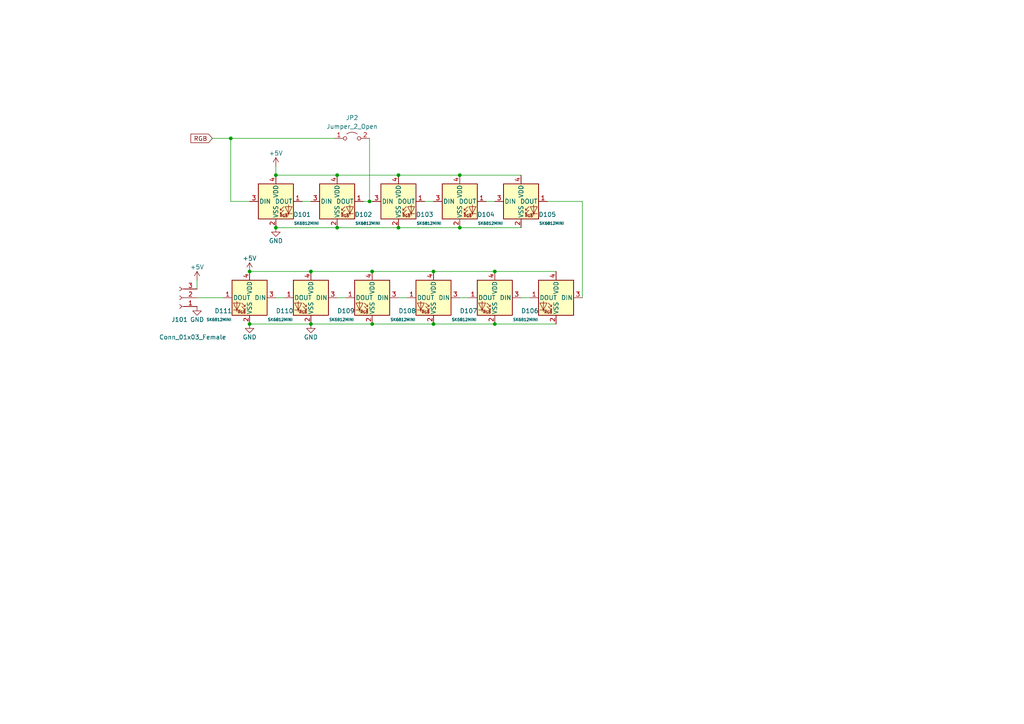
<source format=kicad_sch>
(kicad_sch (version 20230121) (generator eeschema)
  (paper "A4")
  (title_block (title "Hotswap Chiffre") (date "2023-07-13") (rev "0.2.2") (company "sporkus"))
  (lib_symbols
    (symbol "Jumper:Jumper_2_Open" (pin_names (offset 0) hide)
      (property "Reference" "JP" (at 0 2.794 0))
      (property "Value" "Jumper_2_Open" (at 0 -2.286 0))
      (symbol "Jumper_2_Open_0_0"
        (circle (center -2.032 0) (radius 0.508))
        (circle (center 2.032 0) (radius 0.508))
      )
      (symbol "Jumper_2_Open_0_1"
        (arc (start 1.524 1.27) (mid 0 1.778) (end -1.524 1.27))
      )
      (symbol "Jumper_2_Open_1_1"
        (pin passive line (at -5.08 0 0) (length 2.54) (name "A") (number "1"))
        (pin passive line (at 5.08 0 180) (length 2.54) (name "B") (number "2"))
      )
    )
    (symbol "LED:SK6812MINI" (pin_names (offset 0.254))
      (property "Reference" "D" (at 5.08 5.715 0))
      (property "Value" "SK6812MINI" (at 1.27 -5.715 0))
      (symbol "SK6812MINI_0_0"
        (text "RGB" (at 2.286 -4.191 0) (effects (font (size 0.762 0.762))))
      )
      (symbol "SK6812MINI_0_1"
        (polyline (pts (xy 1.27 -3.556) (xy 1.778 -3.556)))
        (polyline (pts (xy 1.27 -2.54) (xy 1.778 -2.54)))
        (polyline (pts (xy 4.699 -3.556) (xy 2.667 -3.556)))
        (polyline (pts (xy 2.286 -2.54) (xy 1.27 -3.556) (xy 1.27 -3.048)))
        (polyline (pts (xy 2.286 -1.524) (xy 1.27 -2.54) (xy 1.27 -2.032)))
        (polyline (pts (xy 3.683 -1.016) (xy 3.683 -3.556) (xy 3.683 -4.064)))
        (polyline (pts (xy 4.699 -1.524) (xy 2.667 -1.524) (xy 3.683 -3.556) (xy 4.699 -1.524)))
        (rectangle (start 5.08 5.08) (end -5.08 -5.08) (stroke (width 0.254)) (fill (type background)))
      )
      (symbol "SK6812MINI_1_1"
        (pin output line (at 7.62 0 180) (length 2.54) (name "DOUT") (number "1"))
        (pin power_in line (at 0 -7.62 90) (length 2.54) (name "VSS") (number "2"))
        (pin input line (at -7.62 0 0) (length 2.54) (name "DIN") (number "3"))
        (pin power_in line (at 0 7.62 270) (length 2.54) (name "VDD") (number "4"))
      )
    )
    (symbol "LeChiffre-rescue:Conn_01x03_Female-Connector" (pin_names (offset 1.016) hide)
      (property "Reference" "J" (at 0 5.08 0))
      (property "Value" "Connector_Conn_01x03_Female" (at 0 -5.08 0))
      (symbol "Conn_01x03_Female-Connector_1_1"
        (arc (start 0 -2.032) (mid -0.5058 -2.54) (end 0 -3.048) (stroke (width 0.1524)))
        (polyline (pts (xy -1.27 -2.54) (xy -0.508 -2.54)) (stroke (width 0.1524)))
        (polyline (pts (xy -1.27 0) (xy -0.508 0)) (stroke (width 0.1524)))
        (polyline (pts (xy -1.27 2.54) (xy -0.508 2.54)) (stroke (width 0.1524)))
        (arc (start 0 0.508) (mid -0.5058 0) (end 0 -0.508) (stroke (width 0.1524)))
        (arc (start 0 3.048) (mid -0.5058 2.54) (end 0 2.032) (stroke (width 0.1524)))
        (pin passive line (at -5.08 -2.54 0) (length 3.81) (name "Pin_3") (number "1"))
        (pin passive line (at -5.08 0 0) (length 3.81) (name "Pin_2") (number "2"))
        (pin passive line (at -5.08 2.54 0) (length 3.81) (name "Pin_1") (number "3"))
      )
    )
    (symbol "power:+5V" (power) (pin_names (offset 0))
      (property "Value" "+5V" (at 0 3.556 0))
      (symbol "+5V_0_1"
        (polyline (pts (xy -0.762 1.27) (xy 0 2.54)))
        (polyline (pts (xy 0 0) (xy 0 2.54)))
        (polyline (pts (xy 0 2.54) (xy 0.762 1.27)))
      )
      (symbol "+5V_1_1"
        (pin power_in line (at 0 0 90) (length 0) hide (name "+5V") (number "1"))
      )
    )
    (symbol "power:GND" (power) (pin_names (offset 0))
      (property "Value" "GND" (at 0 -3.81 0))
      (symbol "GND_0_1"
        (polyline (pts (xy 0 0) (xy 0 -1.27) (xy 1.27 -1.27) (xy 0 -2.54) (xy -1.27 -1.27) (xy 0 -1.27)))
      )
      (symbol "GND_1_1"
        (pin power_in line (at 0 0 270) (length 0) hide (name "GND") (number "1"))
      )
    )
  )
  (junction (at 97.79 50.8))
  (junction (at 90.17 78.74))
  (junction (at 125.73 93.98))
  (junction (at 125.73 78.74))
  (junction (at 66.929 40.132))
  (junction (at 80.01 50.8))
  (junction (at 107.95 93.98))
  (junction (at 97.79 66.04))
  (junction (at 72.39 93.98))
  (junction (at 115.57 66.04))
  (junction (at 72.39 78.74))
  (junction (at 143.51 78.74))
  (junction (at 107.95 78.74))
  (junction (at 115.57 50.8))
  (junction (at 133.35 66.04))
  (junction (at 133.35 50.8))
  (junction (at 90.17 93.98))
  (junction (at 80.01 66.04))
  (junction (at 107.188 58.42))
  (junction (at 143.51 93.98))
  (wire (pts (xy 135.89 86.36) (xy 133.35 86.36)))
  (wire (pts (xy 100.33 86.36) (xy 97.79 86.36)))
  (wire (pts (xy 107.95 78.74) (xy 125.73 78.74)))
  (wire (pts (xy 72.39 78.74) (xy 90.17 78.74)))
  (wire (pts (xy 66.929 40.132) (xy 97.028 40.132)))
  (wire (pts (xy 125.73 93.98) (xy 143.51 93.98)))
  (wire (pts (xy 168.91 58.42) (xy 168.91 86.36)))
  (wire (pts (xy 82.55 86.36) (xy 80.01 86.36)))
  (wire (pts (xy 133.35 50.8) (xy 151.13 50.8)))
  (wire (pts (xy 90.17 93.98) (xy 107.95 93.98)))
  (wire (pts (xy 97.79 50.8) (xy 115.57 50.8)))
  (wire (pts (xy 80.01 66.04) (xy 97.79 66.04)))
  (wire (pts (xy 107.188 58.42) (xy 107.95 58.42)))
  (wire (pts (xy 140.97 58.42) (xy 143.51 58.42)))
  (wire (pts (xy 66.929 58.42) (xy 72.39 58.42)))
  (wire (pts (xy 97.79 66.04) (xy 115.57 66.04)))
  (wire (pts (xy 57.15 81.28) (xy 57.15 83.82)))
  (wire (pts (xy 66.929 40.132) (xy 66.929 58.42)))
  (wire (pts (xy 80.01 48.26) (xy 80.01 50.8)))
  (wire (pts (xy 87.63 58.42) (xy 90.17 58.42)))
  (wire (pts (xy 57.15 86.36) (xy 64.77 86.36)))
  (wire (pts (xy 133.35 66.04) (xy 151.13 66.04)))
  (wire (pts (xy 158.75 58.42) (xy 168.91 58.42)))
  (wire (pts (xy 105.41 58.42) (xy 107.188 58.42)))
  (wire (pts (xy 143.51 93.98) (xy 161.29 93.98)))
  (wire (pts (xy 115.57 50.8) (xy 133.35 50.8)))
  (wire (pts (xy 125.73 78.74) (xy 143.51 78.74)))
  (wire (pts (xy 153.67 86.36) (xy 151.13 86.36)))
  (wire (pts (xy 72.39 93.98) (xy 90.17 93.98)))
  (wire (pts (xy 143.51 78.74) (xy 161.29 78.74)))
  (wire (pts (xy 123.19 58.42) (xy 125.73 58.42)))
  (wire (pts (xy 118.11 86.36) (xy 115.57 86.36)))
  (wire (pts (xy 80.01 50.8) (xy 97.79 50.8)))
  (wire (pts (xy 61.595 40.132) (xy 66.929 40.132)))
  (wire (pts (xy 107.95 93.98) (xy 125.73 93.98)))
  (wire (pts (xy 107.188 40.132) (xy 107.188 58.42)))
  (wire (pts (xy 90.17 78.74) (xy 107.95 78.74)))
  (wire (pts (xy 115.57 66.04) (xy 133.35 66.04)))
  (global_label "RGB" (shape input) (at 61.595 40.132 180) (property "Intersheetrefs" "${INTERSHEET_REFS}" (effects hide)))
  (symbol (lib_id "power:+5V") (at 80.01 48.26 0) (unit 1)
    (property "Reference" "#PWR0101" (effects hide))
    (property "Value" "+5V" (at 80.01 44.45 0))
  )
  (symbol (lib_id "LED:SK6812MINI") (at 133.35 58.42 0) (unit 1)
    (property "Reference" "D104" (at 140.97 62.23 0))
    (property "Value" "SK6812MINI" (at 142.24 64.77 0) (effects (font (size 0.8 0.8))))
    (property "Footprint" "modified_footrprints:LED_SK6812MINI_PLCC4_3.5x3.5mm_P1.75mm" (effects hide))
    (property "Datasheet" "https://cdn-shop.adafruit.com/product-files/2686/SK6812MINI_REV.01-1-2.pdf" (effects hide))
    (property "JlcRotOffset" "166" (effects hide))
  )
  (symbol (lib_id "LED:SK6812MINI") (at 97.79 58.42 0) (unit 1)
    (property "Reference" "D102" (at 105.41 62.23 0))
    (property "Value" "SK6812MINI" (at 106.68 64.77 0) (effects (font (size 0.8 0.8))))
    (property "Footprint" "modified_footrprints:LED_SK6812MINI_PLCC4_3.5x3.5mm_P1.75mm" (effects hide))
    (property "Datasheet" "https://cdn-shop.adafruit.com/product-files/2686/SK6812MINI_REV.01-1-2.pdf" (effects hide))
  )
  (symbol (lib_id "LED:SK6812MINI") (at 115.57 58.42 0) (unit 1)
    (property "Reference" "D103" (at 123.19 62.23 0))
    (property "Value" "SK6812MINI" (at 124.46 64.77 0) (effects (font (size 0.8 0.8))))
    (property "Footprint" "modified_footrprints:LED_SK6812MINI_PLCC4_3.5x3.5mm_P1.75mm" (effects hide))
    (property "Datasheet" "https://cdn-shop.adafruit.com/product-files/2686/SK6812MINI_REV.01-1-2.pdf" (effects hide))
    (property "JlcRotOffset" "-14" (effects hide))
  )
  (symbol (lib_id "LeChiffre-rescue:Conn_01x03_Female-Connector") (at 52.07 86.36 0) (mirror y) (unit 1)
    (property "Reference" "J101" (at 52.07 92.71 0))
    (property "Value" "Conn_01x03_Female" (at 55.88 97.79 0))
    (property "Footprint" "Connector_PinSocket_2.54mm:PinSocket_1x03_P2.54mm_Vertical" (effects hide))
    (property "exclude_pcba" "true" (effects hide))
    (instances (project "stm32_hotswap_chiffre" (path "" (reference "J101") (unit 1))) (project "LeChiffre" (path "" (reference "J?") (unit 1))))
  )
  (symbol (lib_id "LED:SK6812MINI") (at 125.73 86.36 0) (mirror y) (unit 1)
    (property "Reference" "D108" (at 118.11 90.17 0))
    (property "Value" "SK6812MINI" (at 116.84 92.71 0) (effects (font (size 0.8 0.8))))
    (property "Footprint" "modified_footrprints:LED_SK6812MINI_PLCC4_3.5x3.5mm_P1.75mm" (effects hide))
    (property "Datasheet" "https://cdn-shop.adafruit.com/product-files/2686/SK6812MINI_REV.01-1-2.pdf" (effects hide))
    (property "JlcRotOffset" "14" (effects hide))
  )
  (symbol (lib_id "LED:SK6812MINI") (at 161.29 86.36 0) (mirror y) (unit 1)
    (property "Reference" "D106" (at 153.67 90.17 0))
    (property "Value" "SK6812MINI" (at 152.4 92.71 0) (effects (font (size 0.8 0.8))))
    (property "Footprint" "modified_footrprints:LED_SK6812MINI_PLCC4_3.5x3.5mm_P1.75mm" (effects hide))
    (property "Datasheet" "https://cdn-shop.adafruit.com/product-files/2686/SK6812MINI_REV.01-1-2.pdf" (effects hide))
    (property "JlcRotOffset" "-14" (effects hide))
  )
  (symbol (lib_id "LED:SK6812MINI") (at 151.13 58.42 0) (unit 1)
    (property "Reference" "D105" (at 158.75 62.23 0))
    (property "Value" "SK6812MINI" (at 160.02 64.77 0) (effects (font (size 0.8 0.8))))
    (property "Footprint" "modified_footrprints:LED_SK6812MINI_PLCC4_3.5x3.5mm_P1.75mm" (effects hide))
    (property "Datasheet" "https://cdn-shop.adafruit.com/product-files/2686/SK6812MINI_REV.01-1-2.pdf" (effects hide))
    (property "JlcRotOffset" "-14" (effects hide))
  )
  (symbol (lib_id "power:GND") (at 90.17 93.98 0) (mirror y) (unit 1)
    (property "Reference" "#PWR0106" (effects hide))
    (property "Value" "GND" (at 90.17 97.79 0))
    (instances (project "stm32_hotswap_chiffre" (path "" (reference "#PWR0106") (unit 1))) (project "LeChiffre" (path "" (reference "#PWR?") (unit 1))))
  )
  (symbol (lib_id "power:+5V") (at 72.39 78.74 0) (unit 1)
    (property "Reference" "#PWR019" (effects hide))
    (property "Value" "+5V" (at 72.39 74.93 0))
  )
  (symbol (lib_id "LED:SK6812MINI") (at 143.51 86.36 0) (mirror y) (unit 1)
    (property "Reference" "D107" (at 135.89 90.17 0))
    (property "Value" "SK6812MINI" (at 134.62 92.71 0) (effects (font (size 0.8 0.8))))
    (property "Footprint" "modified_footrprints:LED_SK6812MINI_PLCC4_3.5x3.5mm_P1.75mm" (effects hide))
    (property "Datasheet" "https://cdn-shop.adafruit.com/product-files/2686/SK6812MINI_REV.01-1-2.pdf" (effects hide))
    (property "JlcRotOffset" "180" (effects hide))
  )
  (symbol (lib_id "LED:SK6812MINI") (at 90.17 86.36 0) (mirror y) (unit 1)
    (property "Reference" "D110" (at 82.55 90.17 0))
    (property "Value" "SK6812MINI" (at 81.28 92.71 0) (effects (font (size 0.8 0.8))))
    (property "Footprint" "modified_footrprints:LED_SK6812MINI_PLCC4_3.5x3.5mm_P1.75mm" (effects hide))
    (property "Datasheet" "https://cdn-shop.adafruit.com/product-files/2686/SK6812MINI_REV.01-1-2.pdf" (effects hide))
    (property "JlcRotOffset" "194" (effects hide))
  )
  (symbol (lib_id "Jumper:Jumper_2_Open") (at 102.108 40.132 0) (unit 1)
    (property "Reference" "JP2" (at 102.108 34.163 0))
    (property "Value" "Jumper_2_Open" (at 102.108 36.703 0))
    (property "Footprint" "Jumper:SolderJumper-2_P1.3mm_Open_TrianglePad1.0x1.5mm" (effects hide))
    (property "exclude_pcba" "true" (effects hide))
  )
  (symbol (lib_id "LED:SK6812MINI") (at 80.01 58.42 0) (unit 1)
    (property "Reference" "D101" (at 87.63 62.23 0))
    (property "Value" "SK6812MINI" (at 88.9 64.77 0) (effects (font (size 0.8 0.8))))
    (property "Footprint" "modified_footrprints:LED_SK6812MINI_PLCC4_3.5x3.5mm_P1.75mm" (effects hide))
    (property "Datasheet" "https://cdn-shop.adafruit.com/product-files/2686/SK6812MINI_REV.01-1-2.pdf" (effects hide))
  )
  (symbol (lib_id "LED:SK6812MINI") (at 107.95 86.36 0) (mirror y) (unit 1)
    (property "Reference" "D109" (at 100.33 90.17 0))
    (property "Value" "SK6812MINI" (at 99.06 92.71 0) (effects (font (size 0.8 0.8))))
    (property "Footprint" "modified_footrprints:LED_SK6812MINI_PLCC4_3.5x3.5mm_P1.75mm" (effects hide))
    (property "Datasheet" "https://cdn-shop.adafruit.com/product-files/2686/SK6812MINI_REV.01-1-2.pdf" (effects hide))
    (property "JlcRotOffset" "14" (effects hide))
  )
  (symbol (lib_id "LED:SK6812MINI") (at 72.39 86.36 0) (mirror y) (unit 1)
    (property "Reference" "D111" (at 64.77 90.17 0))
    (property "Value" "SK6812MINI" (at 63.5 92.71 0) (effects (font (size 0.8 0.8))))
    (property "Footprint" "modified_footrprints:LED_SK6812MINI_PLCC4_3.5x3.5mm_P1.75mm" (effects hide))
    (property "Datasheet" "https://cdn-shop.adafruit.com/product-files/2686/SK6812MINI_REV.01-1-2.pdf" (effects hide))
    (property "JlcRotOffset" "14" (effects hide))
  )
  (symbol (lib_id "power:GND") (at 57.15 88.9 0) (mirror y) (unit 1)
    (property "Reference" "#PWR0105" (effects hide))
    (property "Value" "GND" (at 57.15 92.71 0))
    (instances (project "stm32_hotswap_chiffre" (path "" (reference "#PWR0105") (unit 1))) (project "LeChiffre" (path "" (reference "#PWR?") (unit 1))))
  )
  (symbol (lib_id "power:+5V") (at 57.15 81.28 0) (unit 1)
    (property "Reference" "#PWR0104" (effects hide))
    (property "Value" "+5V" (at 57.15 77.47 0))
  )
  (symbol (lib_id "power:GND") (at 80.01 66.04 0) (mirror y) (unit 1)
    (property "Reference" "#PWR0102" (effects hide))
    (property "Value" "GND" (at 80.01 69.85 0))
    (instances (project "stm32_hotswap_chiffre" (path "" (reference "#PWR0102") (unit 1))) (project "LeChiffre" (path "" (reference "#PWR?") (unit 1))))
  )
  (symbol (lib_id "power:GND") (at 72.39 93.98 0) (mirror y) (unit 1)
    (property "Reference" "#PWR020" (effects hide))
    (property "Value" "GND" (at 72.39 97.79 0))
    (instances (project "stm32_hotswap_chiffre" (path "" (reference "#PWR020") (unit 1))) (project "LeChiffre" (path "" (reference "#PWR?") (unit 1))))
  )
)
</source>
